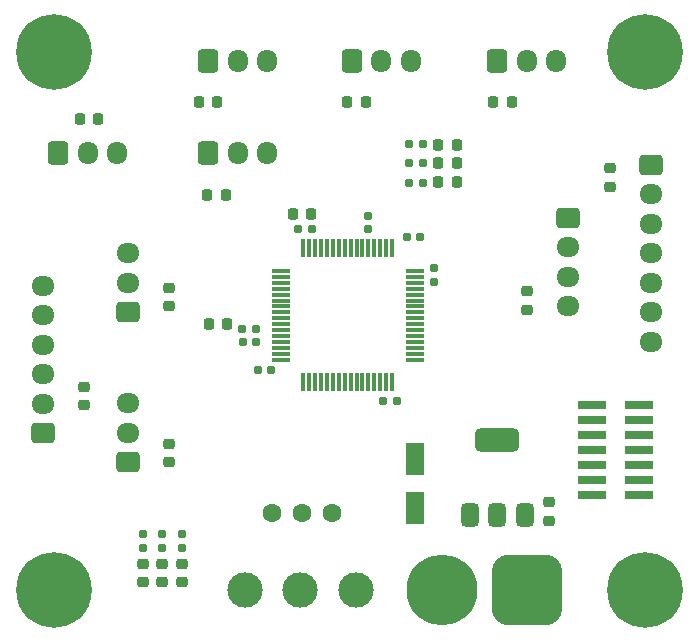
<source format=gbr>
%TF.GenerationSoftware,KiCad,Pcbnew,9.0.0-9.0.0-2~ubuntu22.04.1*%
%TF.CreationDate,2025-03-23T14:41:49+01:00*%
%TF.ProjectId,PCB_main_unit,5043425f-6d61-4696-9e5f-756e69742e6b,rev?*%
%TF.SameCoordinates,Original*%
%TF.FileFunction,Soldermask,Top*%
%TF.FilePolarity,Negative*%
%FSLAX46Y46*%
G04 Gerber Fmt 4.6, Leading zero omitted, Abs format (unit mm)*
G04 Created by KiCad (PCBNEW 9.0.0-9.0.0-2~ubuntu22.04.1) date 2025-03-23 14:41:49*
%MOMM*%
%LPD*%
G01*
G04 APERTURE LIST*
G04 Aperture macros list*
%AMRoundRect*
0 Rectangle with rounded corners*
0 $1 Rounding radius*
0 $2 $3 $4 $5 $6 $7 $8 $9 X,Y pos of 4 corners*
0 Add a 4 corners polygon primitive as box body*
4,1,4,$2,$3,$4,$5,$6,$7,$8,$9,$2,$3,0*
0 Add four circle primitives for the rounded corners*
1,1,$1+$1,$2,$3*
1,1,$1+$1,$4,$5*
1,1,$1+$1,$6,$7*
1,1,$1+$1,$8,$9*
0 Add four rect primitives between the rounded corners*
20,1,$1+$1,$2,$3,$4,$5,0*
20,1,$1+$1,$4,$5,$6,$7,0*
20,1,$1+$1,$6,$7,$8,$9,0*
20,1,$1+$1,$8,$9,$2,$3,0*%
G04 Aperture macros list end*
%ADD10RoundRect,0.155000X-0.212500X-0.155000X0.212500X-0.155000X0.212500X0.155000X-0.212500X0.155000X0*%
%ADD11C,0.800000*%
%ADD12C,6.400000*%
%ADD13RoundRect,0.225000X-0.225000X-0.250000X0.225000X-0.250000X0.225000X0.250000X-0.225000X0.250000X0*%
%ADD14RoundRect,0.218750X0.256250X-0.218750X0.256250X0.218750X-0.256250X0.218750X-0.256250X-0.218750X0*%
%ADD15RoundRect,0.155000X0.155000X-0.212500X0.155000X0.212500X-0.155000X0.212500X-0.155000X-0.212500X0*%
%ADD16RoundRect,0.250000X-0.600000X-0.725000X0.600000X-0.725000X0.600000X0.725000X-0.600000X0.725000X0*%
%ADD17O,1.700000X1.950000*%
%ADD18RoundRect,0.250000X0.725000X-0.600000X0.725000X0.600000X-0.725000X0.600000X-0.725000X-0.600000X0*%
%ADD19O,1.950000X1.700000*%
%ADD20RoundRect,0.155000X0.212500X0.155000X-0.212500X0.155000X-0.212500X-0.155000X0.212500X-0.155000X0*%
%ADD21RoundRect,0.250000X-0.550000X1.137500X-0.550000X-1.137500X0.550000X-1.137500X0.550000X1.137500X0*%
%ADD22RoundRect,0.225000X0.250000X-0.225000X0.250000X0.225000X-0.250000X0.225000X-0.250000X-0.225000X0*%
%ADD23RoundRect,0.225000X0.225000X0.250000X-0.225000X0.250000X-0.225000X-0.250000X0.225000X-0.250000X0*%
%ADD24RoundRect,0.375000X0.375000X-0.625000X0.375000X0.625000X-0.375000X0.625000X-0.375000X-0.625000X0*%
%ADD25RoundRect,0.500000X1.400000X-0.500000X1.400000X0.500000X-1.400000X0.500000X-1.400000X-0.500000X0*%
%ADD26RoundRect,1.500000X1.500000X1.500000X-1.500000X1.500000X-1.500000X-1.500000X1.500000X-1.500000X0*%
%ADD27C,6.000000*%
%ADD28RoundRect,0.075000X-0.075000X0.700000X-0.075000X-0.700000X0.075000X-0.700000X0.075000X0.700000X0*%
%ADD29RoundRect,0.075000X-0.700000X0.075000X-0.700000X-0.075000X0.700000X-0.075000X0.700000X0.075000X0*%
%ADD30RoundRect,0.218750X0.218750X0.256250X-0.218750X0.256250X-0.218750X-0.256250X0.218750X-0.256250X0*%
%ADD31RoundRect,0.160000X-0.160000X0.197500X-0.160000X-0.197500X0.160000X-0.197500X0.160000X0.197500X0*%
%ADD32RoundRect,0.225000X-0.250000X0.225000X-0.250000X-0.225000X0.250000X-0.225000X0.250000X0.225000X0*%
%ADD33RoundRect,0.160000X-0.197500X-0.160000X0.197500X-0.160000X0.197500X0.160000X-0.197500X0.160000X0*%
%ADD34C,3.000000*%
%ADD35RoundRect,0.250000X-0.725000X0.600000X-0.725000X-0.600000X0.725000X-0.600000X0.725000X0.600000X0*%
%ADD36R,2.400000X0.740000*%
%ADD37C,1.600000*%
G04 APERTURE END LIST*
D10*
%TO.C,C4*%
X143657500Y-101450000D03*
X144792500Y-101450000D03*
%TD*%
D11*
%TO.C,H2*%
X170600000Y-132000000D03*
X171302944Y-130302944D03*
X171302944Y-133697056D03*
X173000000Y-129600000D03*
D12*
X173000000Y-132000000D03*
D11*
X173000000Y-134400000D03*
X174697056Y-130302944D03*
X174697056Y-133697056D03*
X175400000Y-132000000D03*
%TD*%
D13*
%TO.C,C20*%
X147787500Y-90700000D03*
X149337500Y-90700000D03*
%TD*%
D14*
%TO.C,D1*%
X133800000Y-131375000D03*
X133800000Y-129800000D03*
%TD*%
D15*
%TO.C,C8*%
X149525000Y-101450000D03*
X149525000Y-100315000D03*
%TD*%
D16*
%TO.C,J1*%
X160500000Y-87200000D03*
D17*
X163000000Y-87200000D03*
X165500000Y-87200000D03*
%TD*%
D13*
%TO.C,C13*%
X125125000Y-92100000D03*
X126675000Y-92100000D03*
%TD*%
D18*
%TO.C,J11*%
X129200000Y-108500000D03*
D19*
X129200000Y-106000000D03*
X129200000Y-103500000D03*
%TD*%
D14*
%TO.C,D3*%
X130500000Y-131375000D03*
X130500000Y-129800000D03*
%TD*%
D13*
%TO.C,C19*%
X135950000Y-98550000D03*
X137500000Y-98550000D03*
%TD*%
D20*
%TO.C,C5*%
X151992500Y-116050000D03*
X150857500Y-116050000D03*
%TD*%
D11*
%TO.C,H4*%
X120600000Y-86500000D03*
X121302944Y-84802944D03*
X121302944Y-88197056D03*
X123000000Y-84100000D03*
D12*
X123000000Y-86500000D03*
D11*
X123000000Y-88900000D03*
X124697056Y-84802944D03*
X124697056Y-88197056D03*
X125400000Y-86500000D03*
%TD*%
D21*
%TO.C,C2*%
X153500000Y-120937500D03*
X153500000Y-125062500D03*
%TD*%
D22*
%TO.C,C16*%
X125500000Y-116375000D03*
X125500000Y-114825000D03*
%TD*%
D23*
%TO.C,C6*%
X137625000Y-109500000D03*
X136075000Y-109500000D03*
%TD*%
D24*
%TO.C,U3*%
X158200000Y-125650000D03*
X160500000Y-125650000D03*
D25*
X160500000Y-119350000D03*
D24*
X162800000Y-125650000D03*
%TD*%
D14*
%TO.C,D2*%
X132100000Y-131375000D03*
X132100000Y-129800000D03*
%TD*%
D23*
%TO.C,C22*%
X161700000Y-90700000D03*
X160150000Y-90700000D03*
%TD*%
D22*
%TO.C,C14*%
X132700000Y-108000000D03*
X132700000Y-106450000D03*
%TD*%
D16*
%TO.C,J5*%
X123300000Y-95000000D03*
D17*
X125800000Y-95000000D03*
X128300000Y-95000000D03*
%TD*%
D16*
%TO.C,J4*%
X136000000Y-95050000D03*
D17*
X138500000Y-95050000D03*
X141000000Y-95050000D03*
%TD*%
D18*
%TO.C,J10*%
X129200000Y-121200000D03*
D19*
X129200000Y-118700000D03*
X129200000Y-116200000D03*
%TD*%
D11*
%TO.C,H1*%
X170600000Y-86500000D03*
X171302944Y-84802944D03*
X171302944Y-88197056D03*
X173000000Y-84100000D03*
D12*
X173000000Y-86500000D03*
D11*
X173000000Y-88900000D03*
X174697056Y-84802944D03*
X174697056Y-88197056D03*
X175400000Y-86500000D03*
%TD*%
D15*
%TO.C,C9*%
X155125000Y-105917500D03*
X155125000Y-104782500D03*
%TD*%
D10*
%TO.C,C11*%
X152832500Y-102100000D03*
X153967500Y-102100000D03*
%TD*%
D26*
%TO.C,J16*%
X163000000Y-132000000D03*
D27*
X155800000Y-132000000D03*
%TD*%
D20*
%TO.C,C12*%
X140067500Y-111000000D03*
X138932500Y-111000000D03*
%TD*%
D22*
%TO.C,C1*%
X164900000Y-126150000D03*
X164900000Y-124600000D03*
%TD*%
D28*
%TO.C,U2*%
X151575000Y-103075000D03*
X151075000Y-103075000D03*
X150575000Y-103075000D03*
X150075000Y-103075000D03*
X149575000Y-103075000D03*
X149075000Y-103075000D03*
X148575000Y-103075000D03*
X148075000Y-103075000D03*
X147575000Y-103075000D03*
X147075000Y-103075000D03*
X146575000Y-103075000D03*
X146075000Y-103075000D03*
X145575000Y-103075000D03*
X145075000Y-103075000D03*
X144575000Y-103075000D03*
X144075000Y-103075000D03*
D29*
X142150000Y-105000000D03*
X142150000Y-105500000D03*
X142150000Y-106000000D03*
X142150000Y-106500000D03*
X142150000Y-107000000D03*
X142150000Y-107500000D03*
X142150000Y-108000000D03*
X142150000Y-108500000D03*
X142150000Y-109000000D03*
X142150000Y-109500000D03*
X142150000Y-110000000D03*
X142150000Y-110500000D03*
X142150000Y-111000000D03*
X142150000Y-111500000D03*
X142150000Y-112000000D03*
X142150000Y-112500000D03*
D28*
X144075000Y-114425000D03*
X144575000Y-114425000D03*
X145075000Y-114425000D03*
X145575000Y-114425000D03*
X146075000Y-114425000D03*
X146575000Y-114425000D03*
X147075000Y-114425000D03*
X147575000Y-114425000D03*
X148075000Y-114425000D03*
X148575000Y-114425000D03*
X149075000Y-114425000D03*
X149575000Y-114425000D03*
X150075000Y-114425000D03*
X150575000Y-114425000D03*
X151075000Y-114425000D03*
X151575000Y-114425000D03*
D29*
X153500000Y-112500000D03*
X153500000Y-112000000D03*
X153500000Y-111500000D03*
X153500000Y-111000000D03*
X153500000Y-110500000D03*
X153500000Y-110000000D03*
X153500000Y-109500000D03*
X153500000Y-109000000D03*
X153500000Y-108500000D03*
X153500000Y-108000000D03*
X153500000Y-107500000D03*
X153500000Y-107000000D03*
X153500000Y-106500000D03*
X153500000Y-106000000D03*
X153500000Y-105500000D03*
X153500000Y-105000000D03*
%TD*%
D30*
%TO.C,D6*%
X157087500Y-94300000D03*
X155512500Y-94300000D03*
%TD*%
%TO.C,D5*%
X157075000Y-95900000D03*
X155500000Y-95900000D03*
%TD*%
D18*
%TO.C,J9*%
X122000000Y-118750000D03*
D19*
X122000000Y-116250000D03*
X122000000Y-113750000D03*
X122000000Y-111250000D03*
X122000000Y-108750000D03*
X122000000Y-106250000D03*
%TD*%
D16*
%TO.C,J3*%
X136000000Y-87200000D03*
D17*
X138500000Y-87200000D03*
X141000000Y-87200000D03*
%TD*%
D31*
%TO.C,R2*%
X132100000Y-127290000D03*
X132100000Y-128485000D03*
%TD*%
D13*
%TO.C,C21*%
X135250000Y-90700000D03*
X136800000Y-90700000D03*
%TD*%
D30*
%TO.C,D4*%
X157087500Y-97500000D03*
X155512500Y-97500000D03*
%TD*%
D20*
%TO.C,C10*%
X140035000Y-109900000D03*
X138900000Y-109900000D03*
%TD*%
D32*
%TO.C,C15*%
X132700000Y-119625000D03*
X132700000Y-121175000D03*
%TD*%
D22*
%TO.C,C18*%
X170000000Y-97850000D03*
X170000000Y-96300000D03*
%TD*%
D11*
%TO.C,H3*%
X120600000Y-132000000D03*
X121302944Y-130302944D03*
X121302944Y-133697056D03*
X123000000Y-129600000D03*
D12*
X123000000Y-132000000D03*
D11*
X123000000Y-134400000D03*
X124697056Y-130302944D03*
X124697056Y-133697056D03*
X125400000Y-132000000D03*
%TD*%
D33*
%TO.C,R4*%
X153005000Y-97510000D03*
X154200000Y-97510000D03*
%TD*%
D20*
%TO.C,C7*%
X141367500Y-113400000D03*
X140232500Y-113400000D03*
%TD*%
D34*
%TO.C,SW1*%
X139100000Y-132000000D03*
X143800000Y-132000000D03*
X148500000Y-132000000D03*
%TD*%
D35*
%TO.C,J13*%
X173500000Y-96000000D03*
D19*
X173500000Y-98500000D03*
X173500000Y-101000000D03*
X173500000Y-103500000D03*
X173500000Y-106000000D03*
X173500000Y-108500000D03*
X173500000Y-111000000D03*
%TD*%
D32*
%TO.C,C17*%
X163000000Y-106725000D03*
X163000000Y-108275000D03*
%TD*%
D16*
%TO.C,J2*%
X148162500Y-87200000D03*
D17*
X150662500Y-87200000D03*
X153162500Y-87200000D03*
%TD*%
D35*
%TO.C,J12*%
X166500000Y-100500000D03*
D19*
X166500000Y-103000000D03*
X166500000Y-105500000D03*
X166500000Y-108000000D03*
%TD*%
D31*
%TO.C,R3*%
X130500000Y-127290000D03*
X130500000Y-128485000D03*
%TD*%
%TO.C,R1*%
X133800000Y-127290000D03*
X133800000Y-128485000D03*
%TD*%
D33*
%TO.C,R6*%
X153005000Y-94290000D03*
X154200000Y-94290000D03*
%TD*%
%TO.C,R5*%
X152992500Y-95900000D03*
X154187500Y-95900000D03*
%TD*%
D36*
%TO.C,J14*%
X172450000Y-124000000D03*
X168550000Y-124000000D03*
X172450000Y-122730000D03*
X168550000Y-122730000D03*
X172450000Y-121460000D03*
X168550000Y-121460000D03*
X172450000Y-120190000D03*
X168550000Y-120190000D03*
X172450000Y-118920000D03*
X168550000Y-118920000D03*
X172450000Y-117650000D03*
X168550000Y-117650000D03*
X172450000Y-116380000D03*
X168550000Y-116380000D03*
%TD*%
D37*
%TO.C,U1*%
X141400000Y-125500000D03*
X143940000Y-125500000D03*
X146480000Y-125500000D03*
%TD*%
D13*
%TO.C,C3*%
X143175000Y-100200000D03*
X144725000Y-100200000D03*
%TD*%
M02*

</source>
